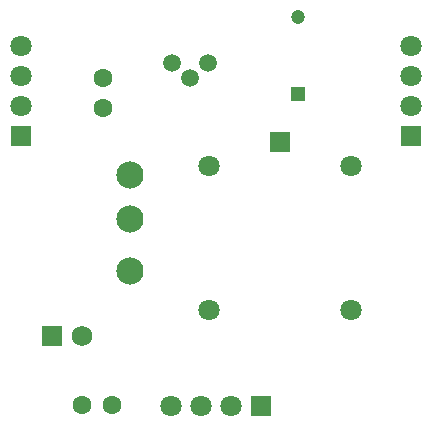
<source format=gts>
G04*
G04 #@! TF.GenerationSoftware,Altium Limited,Altium Designer,21.8.1 (53)*
G04*
G04 Layer_Color=8388736*
%FSLAX25Y25*%
%MOIN*%
G70*
G04*
G04 #@! TF.SameCoordinates,877E9D1F-A915-4287-B3E1-9CAB09CAFBF8*
G04*
G04*
G04 #@! TF.FilePolarity,Negative*
G04*
G01*
G75*
%ADD13C,0.06312*%
%ADD14C,0.07100*%
%ADD15R,0.07100X0.07100*%
%ADD16C,0.09068*%
%ADD17C,0.07099*%
%ADD18R,0.07099X0.07099*%
%ADD19R,0.07099X0.07099*%
%ADD20C,0.06902*%
%ADD21R,0.06902X0.06902*%
%ADD22C,0.05918*%
%ADD23C,0.04724*%
%ADD24R,0.04724X0.04724*%
D13*
X37500Y109500D02*
D03*
Y119500D02*
D03*
X40500Y10500D02*
D03*
X30500D02*
D03*
D14*
X120000Y90028D02*
D03*
Y42000D02*
D03*
X72756D02*
D03*
Y90028D02*
D03*
D15*
X96378Y97902D02*
D03*
D16*
X46500Y55000D02*
D03*
Y87000D02*
D03*
Y72500D02*
D03*
D17*
X140000Y130000D02*
D03*
Y120000D02*
D03*
Y110000D02*
D03*
X60000Y10000D02*
D03*
X70000D02*
D03*
X80000D02*
D03*
X10000Y130000D02*
D03*
Y120000D02*
D03*
Y110000D02*
D03*
D18*
X140000Y100000D02*
D03*
X10000D02*
D03*
D19*
X90000Y10000D02*
D03*
D20*
X30500Y33500D02*
D03*
D21*
X20500D02*
D03*
D22*
X66347Y119500D02*
D03*
X60500Y124500D02*
D03*
X72193D02*
D03*
D23*
X102500Y139795D02*
D03*
D24*
Y114205D02*
D03*
M02*

</source>
